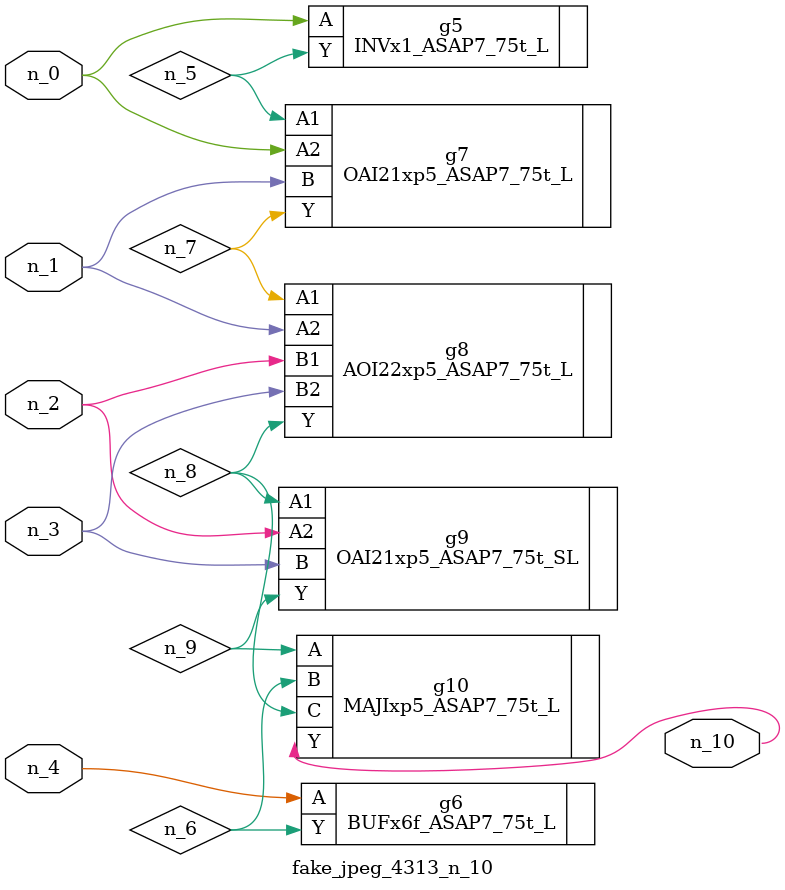
<source format=v>
module fake_jpeg_4313_n_10 (n_3, n_2, n_1, n_0, n_4, n_10);

input n_3;
input n_2;
input n_1;
input n_0;
input n_4;

output n_10;

wire n_8;
wire n_9;
wire n_6;
wire n_5;
wire n_7;

INVx1_ASAP7_75t_L g5 ( 
.A(n_0),
.Y(n_5)
);

BUFx6f_ASAP7_75t_L g6 ( 
.A(n_4),
.Y(n_6)
);

OAI21xp5_ASAP7_75t_L g7 ( 
.A1(n_5),
.A2(n_0),
.B(n_1),
.Y(n_7)
);

AOI22xp5_ASAP7_75t_L g8 ( 
.A1(n_7),
.A2(n_1),
.B1(n_2),
.B2(n_3),
.Y(n_8)
);

OAI21xp5_ASAP7_75t_SL g9 ( 
.A1(n_8),
.A2(n_2),
.B(n_3),
.Y(n_9)
);

MAJIxp5_ASAP7_75t_L g10 ( 
.A(n_9),
.B(n_6),
.C(n_8),
.Y(n_10)
);


endmodule
</source>
